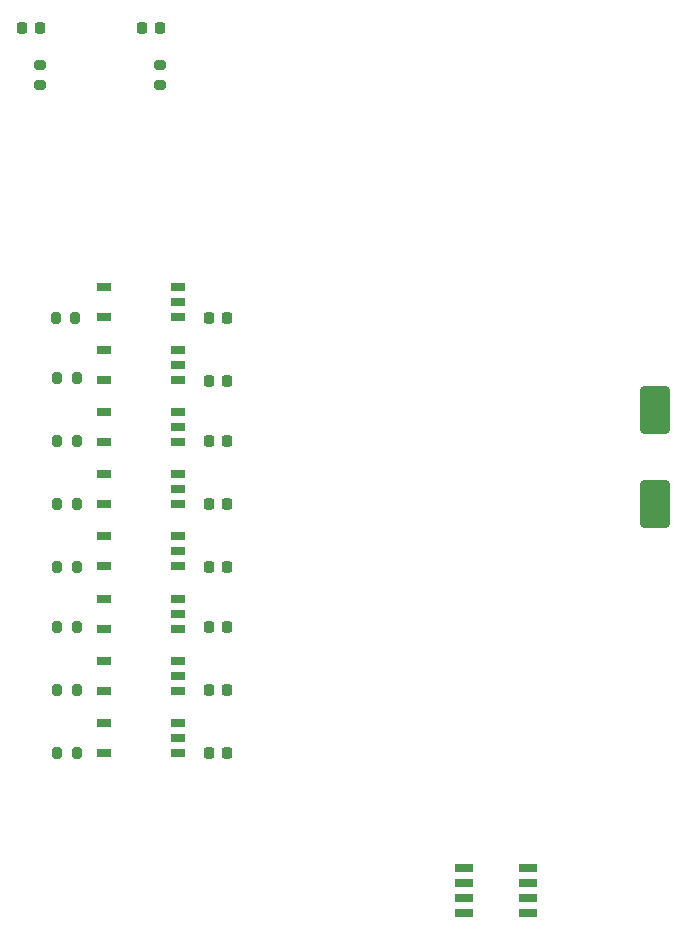
<source format=gtp>
%TF.GenerationSoftware,KiCad,Pcbnew,7.0.7*%
%TF.CreationDate,2024-03-01T22:49:55+09:00*%
%TF.ProjectId,ALTAIR_SERVO_MODULE_V2,414c5441-4952-45f5-9345-52564f5f4d4f,rev?*%
%TF.SameCoordinates,Original*%
%TF.FileFunction,Paste,Top*%
%TF.FilePolarity,Positive*%
%FSLAX46Y46*%
G04 Gerber Fmt 4.6, Leading zero omitted, Abs format (unit mm)*
G04 Created by KiCad (PCBNEW 7.0.7) date 2024-03-01 22:49:55*
%MOMM*%
%LPD*%
G01*
G04 APERTURE LIST*
G04 Aperture macros list*
%AMRoundRect*
0 Rectangle with rounded corners*
0 $1 Rounding radius*
0 $2 $3 $4 $5 $6 $7 $8 $9 X,Y pos of 4 corners*
0 Add a 4 corners polygon primitive as box body*
4,1,4,$2,$3,$4,$5,$6,$7,$8,$9,$2,$3,0*
0 Add four circle primitives for the rounded corners*
1,1,$1+$1,$2,$3*
1,1,$1+$1,$4,$5*
1,1,$1+$1,$6,$7*
1,1,$1+$1,$8,$9*
0 Add four rect primitives between the rounded corners*
20,1,$1+$1,$2,$3,$4,$5,0*
20,1,$1+$1,$4,$5,$6,$7,0*
20,1,$1+$1,$6,$7,$8,$9,0*
20,1,$1+$1,$8,$9,$2,$3,0*%
G04 Aperture macros list end*
%ADD10RoundRect,0.200000X0.200000X0.275000X-0.200000X0.275000X-0.200000X-0.275000X0.200000X-0.275000X0*%
%ADD11RoundRect,0.218750X-0.218750X-0.256250X0.218750X-0.256250X0.218750X0.256250X-0.218750X0.256250X0*%
%ADD12R,1.200000X0.800000*%
%ADD13RoundRect,0.225000X-0.225000X-0.250000X0.225000X-0.250000X0.225000X0.250000X-0.225000X0.250000X0*%
%ADD14RoundRect,0.200000X-0.275000X0.200000X-0.275000X-0.200000X0.275000X-0.200000X0.275000X0.200000X0*%
%ADD15R,1.525000X0.650000*%
%ADD16RoundRect,0.250000X-1.000000X1.750000X-1.000000X-1.750000X1.000000X-1.750000X1.000000X1.750000X0*%
G04 APERTURE END LIST*
D10*
%TO.C,R10*%
X128828000Y-101541870D03*
X127178000Y-101541870D03*
%TD*%
D11*
%TO.C,LED3*%
X124155000Y-50800000D03*
X125730000Y-50800000D03*
%TD*%
D12*
%TO.C,IC1*%
X131114000Y-72781740D03*
X131114000Y-75321740D03*
X137414000Y-75321740D03*
X137414000Y-74051740D03*
X137414000Y-72781740D03*
%TD*%
D13*
%TO.C,C15*%
X140004000Y-91127870D03*
X141554000Y-91127870D03*
%TD*%
D10*
%TO.C,R6*%
X128828000Y-80459870D03*
X127178000Y-80459870D03*
%TD*%
%TO.C,R12*%
X128828000Y-112209870D03*
X127178000Y-112209870D03*
%TD*%
D13*
%TO.C,C18*%
X140004000Y-106875870D03*
X141554000Y-106875870D03*
%TD*%
D12*
%TO.C,IC8*%
X131114000Y-109662710D03*
X131114000Y-112202710D03*
X137414000Y-112202710D03*
X137414000Y-110932710D03*
X137414000Y-109662710D03*
%TD*%
D10*
%TO.C,R9*%
X128828000Y-96461870D03*
X127178000Y-96461870D03*
%TD*%
%TO.C,R5*%
X128700000Y-75379870D03*
X127050000Y-75379870D03*
%TD*%
D14*
%TO.C,R1*%
X135890000Y-53976000D03*
X135890000Y-55626000D03*
%TD*%
D10*
%TO.C,R7*%
X128828000Y-85793870D03*
X127178000Y-85793870D03*
%TD*%
D13*
%TO.C,C13*%
X140030000Y-80713870D03*
X141580000Y-80713870D03*
%TD*%
D12*
%TO.C,IC2*%
X131114000Y-78050450D03*
X131114000Y-80590450D03*
X137414000Y-80590450D03*
X137414000Y-79320450D03*
X137414000Y-78050450D03*
%TD*%
D10*
%TO.C,R8*%
X128828000Y-91127870D03*
X127178000Y-91127870D03*
%TD*%
D14*
%TO.C,R3*%
X125730000Y-53976000D03*
X125730000Y-55626000D03*
%TD*%
D12*
%TO.C,IC3*%
X131114000Y-83319160D03*
X131114000Y-85859160D03*
X137414000Y-85859160D03*
X137414000Y-84589160D03*
X137414000Y-83319160D03*
%TD*%
D13*
%TO.C,C16*%
X140004000Y-96461870D03*
X141554000Y-96461870D03*
%TD*%
%TO.C,C17*%
X140004000Y-101541870D03*
X141554000Y-101541870D03*
%TD*%
%TO.C,C19*%
X140004000Y-112209870D03*
X141554000Y-112209870D03*
%TD*%
%TO.C,C12*%
X140030000Y-75379870D03*
X141580000Y-75379870D03*
%TD*%
D15*
%TO.C,S2*%
X161581000Y-121920000D03*
X161581000Y-123190000D03*
X161581000Y-124460000D03*
X161581000Y-125730000D03*
X167005000Y-125730000D03*
X167005000Y-124460000D03*
X167005000Y-123190000D03*
X167005000Y-121920000D03*
%TD*%
D16*
%TO.C,C9*%
X177800000Y-83122000D03*
X177800000Y-91122000D03*
%TD*%
D13*
%TO.C,C14*%
X140004000Y-85793870D03*
X141554000Y-85793870D03*
%TD*%
D12*
%TO.C,IC5*%
X131114000Y-93856580D03*
X131114000Y-96396580D03*
X137414000Y-96396580D03*
X137414000Y-95126580D03*
X137414000Y-93856580D03*
%TD*%
%TO.C,IC6*%
X131114000Y-99125290D03*
X131114000Y-101665290D03*
X137414000Y-101665290D03*
X137414000Y-100395290D03*
X137414000Y-99125290D03*
%TD*%
%TO.C,IC4*%
X131114000Y-88587870D03*
X131114000Y-91127870D03*
X137414000Y-91127870D03*
X137414000Y-89857870D03*
X137414000Y-88587870D03*
%TD*%
D11*
%TO.C,LED1*%
X134315000Y-50800000D03*
X135890000Y-50800000D03*
%TD*%
D12*
%TO.C,IC7*%
X131114000Y-104394000D03*
X131114000Y-106934000D03*
X137414000Y-106934000D03*
X137414000Y-105664000D03*
X137414000Y-104394000D03*
%TD*%
D10*
%TO.C,R11*%
X128828000Y-106875870D03*
X127178000Y-106875870D03*
%TD*%
M02*

</source>
